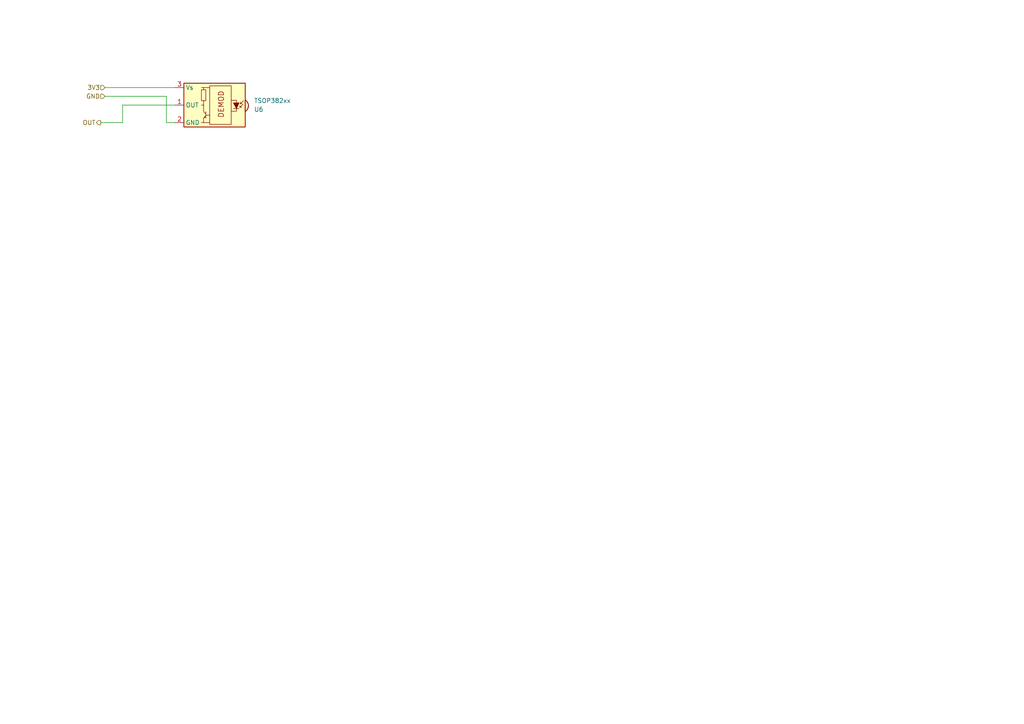
<source format=kicad_sch>
(kicad_sch (version 20250114) (generator "eeschema") (generator_version "9.0")
  (paper "A4")
  (lib_symbols
    (symbol "Interface_Optical:TSOP382xx"
      (property "Reference" "U" (at -10.16 7.62 0))
      (property "Value" "TSOP382xx" (at -10.16 -7.62 0))
      (symbol "TSOP382xx_0_0"
        (arc (start -10.287 -1.778) (mid -11.0899 -0.1905) (end -10.287 1.397) (stroke (width 0.254)) (fill (type background)))
        (polyline (pts (xy 1.905 5.08) (xy 0.127 5.08)))
        (polyline (pts (xy 1.905 -5.08) (xy 0.127 -5.08)))
        (text "DEMOD" (at -3.175 0.254 900) (effects (font (size 1.524 1.524))))
      )
      (symbol "TSOP382xx_0_1"
        (polyline (pts (xy -8.763 0.381) (xy -9.652 1.27)))
        (polyline (pts (xy -8.763 0.381) (xy -9.271 0.381)))
        (polyline (pts (xy -8.763 0.381) (xy -8.763 0.889)))
        (polyline (pts (xy -8.636 -0.635) (xy -9.525 0.254)))
        (polyline (pts (xy -8.636 -0.635) (xy -9.144 -0.635)))
        (polyline (pts (xy -8.636 -0.635) (xy -8.636 -0.127)))
        (polyline (pts (xy -8.382 0.635) (xy -6.731 0.635) (xy -7.62 -1.016) (xy -8.382 0.635)) (fill (type outline)))
        (polyline (pts (xy -8.382 -1.016) (xy -6.731 -1.016)))
        (rectangle (start -6.096 5.588) (end 0.127 -5.588))
        (polyline (pts (xy -6.096 1.397) (xy -7.62 1.397) (xy -7.62 -1.778) (xy -6.096 -1.778)))
        (polyline (pts (xy 1.27 -1.905) (xy 1.27 -3.81)))
        (polyline (pts (xy 1.27 -2.54) (xy 1.905 -1.905) (xy 1.905 0) (xy 2.54 0)))
        (polyline (pts (xy 1.27 -2.921) (xy 0.127 -2.921)))
        (polyline (pts (xy 1.27 -3.175) (xy 1.905 -3.81) (xy 1.905 -5.08) (xy 2.54 -5.08)))
        (polyline (pts (xy 1.397 -3.556) (xy 1.524 -3.556)))
        (polyline (pts (xy 1.651 -3.556) (xy 1.524 -3.556)))
        (polyline (pts (xy 1.651 -3.556) (xy 1.651 -3.302)))
        (polyline (pts (xy 1.905 4.445) (xy 1.905 5.08) (xy 2.54 5.08)))
        (polyline (pts (xy 1.905 0) (xy 1.905 1.27)))
        (rectangle (start 2.54 1.27) (end 1.27 4.445))
        (rectangle (start 7.62 6.35) (end -10.16 -6.35) (stroke (width 0.254)) (fill (type background)))
      )
      (symbol "TSOP382xx_1_1"
        (pin power_in line (at 10.16 5.08 180) (length 2.54) (name "Vs") (number "3"))
        (pin output line (at 10.16 0 180) (length 2.54) (name "OUT") (number "1"))
        (pin power_in line (at 10.16 -5.08 180) (length 2.54) (name "GND") (number "2"))
      )
    )
  )
  (wire (pts (xy 35.56 30.48) (xy 35.56 35.56)))
  (wire (pts (xy 50.8 30.48) (xy 35.56 30.48)))
  (wire (pts (xy 48.26 35.56) (xy 50.8 35.56)))
  (wire (pts (xy 30.48 25.4) (xy 50.8 25.4)))
  (wire (pts (xy 35.56 35.56) (xy 29.21 35.56)))
  (wire (pts (xy 48.26 27.94) (xy 48.26 35.56)))
  (wire (pts (xy 30.48 27.94) (xy 48.26 27.94)))
  (hierarchical_label "3V3" (shape input) (at 30.48 25.4 180))
  (hierarchical_label "OUT" (shape output) (at 29.21 35.56 180))
  (hierarchical_label "GND" (shape input) (at 30.48 27.94 180))
  (symbol (lib_id "Interface_Optical:TSOP382xx") (at 60.96 30.48 0) (mirror y) (unit 1)
    (property "Reference" "U6" (at 73.66 31.7501 0) (effects (justify right)))
    (property "Value" "TSOP382xx" (at 73.66 29.2101 0) (effects (justify right)))
    (property "Footprint" "OptoDevice:Vishay_MINICAST-3Pin" (effects (hide yes)))
    (property "Datasheet" "http://www.vishay.com/docs/82491/tsop382.pdf" (effects (hide yes)))
    (property "Description" "Photo Modules for PCM Remote Control Systems" (effects (hide yes)))
  )
)
</source>
